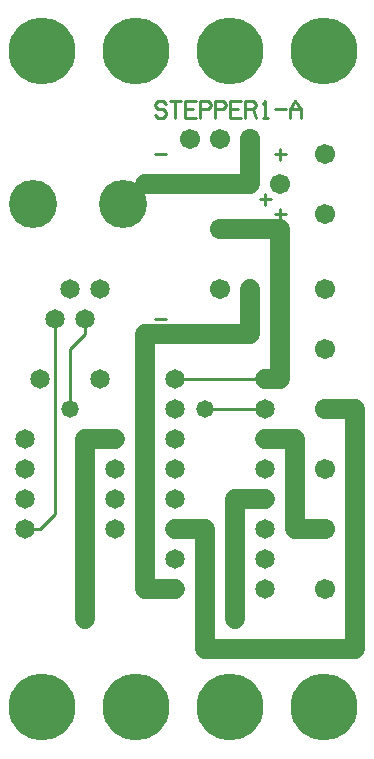
<source format=gtl>
%MOIN*%
%FSLAX25Y25*%
G04 D10 used for Character Trace; *
G04     Circle (OD=.01000) (No hole)*
G04 D11 used for Power Trace; *
G04     Circle (OD=.06700) (No hole)*
G04 D12 used for Signal Trace; *
G04     Circle (OD=.01100) (No hole)*
G04 D13 used for Via; *
G04     Circle (OD=.05800) (Round. Hole ID=.02800)*
G04 D14 used for Component hole; *
G04     Circle (OD=.06500) (Round. Hole ID=.03500)*
G04 D15 used for Component hole; *
G04     Circle (OD=.06700) (Round. Hole ID=.04300)*
G04 D16 used for Component hole; *
G04     Circle (OD=.08100) (Round. Hole ID=.05100)*
G04 D17 used for Component hole; *
G04     Circle (OD=.08900) (Round. Hole ID=.05900)*
G04 D18 used for Component hole; *
G04     Circle (OD=.11300) (Round. Hole ID=.08300)*
G04 D19 used for Component hole; *
G04     Circle (OD=.16000) (Round. Hole ID=.13000)*
G04 D20 used for Component hole; *
G04     Circle (OD=.18300) (Round. Hole ID=.15300)*
G04 D21 used for Component hole; *
G04     Circle (OD=.22291) (Round. Hole ID=.19291)*
%ADD10C,.01000*%
%ADD11C,.06700*%
%ADD12C,.01100*%
%ADD13C,.05800*%
%ADD14C,.06500*%
%ADD15C,.06700*%
%ADD16C,.08100*%
%ADD17C,.08900*%
%ADD18C,.11300*%
%ADD19C,.16000*%
%ADD20C,.18300*%
%ADD21C,.22291*%
%IPPOS*%
%LPD*%
G90*X0Y0D02*D21*X15625Y15625D03*D13*              
X30000Y45000D03*D11*Y105000D01*X40000D01*D14*D03* 
Y95000D03*D13*X25000Y115000D03*D12*Y135000D01*    
X30000Y140000D01*Y145000D01*D14*D03*              
X35000Y155000D03*X20000Y145000D03*D12*Y80000D01*  
X15000Y75000D01*X10000D01*D14*D03*Y85000D03*      
Y95000D03*X40000Y75000D03*X10000Y105000D03*       
X40000Y85000D03*D11*X50000Y55000D02*X60000D01*D14*
D03*Y65000D03*D11*X50000Y55000D02*Y140000D01*     
X85000D01*Y155000D01*D13*D03*D15*X75000D03*D11*   
X95000Y125000D02*Y175000D01*X90000Y125000D02*     
X95000D01*D14*X90000D03*D12*X60000D01*D14*D03*D13*
X70000Y115000D03*D12*X90000D01*D14*D03*D11*       
X100000Y75000D02*Y105000D01*Y75000D02*X110000D01* 
D15*D03*D14*X90000Y95000D03*Y55000D03*Y85000D03*  
D11*X80000D01*Y45000D01*D13*D03*D11*              
X70000Y35000D02*X120000D01*Y115000D01*X110000D01* 
D15*D03*D11*X90000Y105000D02*X100000D01*D14*      
X90000D03*D15*X110000Y95000D03*D14*               
X60000Y75000D03*D11*X70000D01*Y35000D01*D21*      
X78125Y15625D03*X46875D03*D14*X90000Y65000D03*D21*
X109375Y15625D03*D14*X90000Y75000D03*D15*         
X110000Y55000D03*D14*X60000Y85000D03*Y95000D03*   
Y105000D03*Y115000D03*X35000Y125000D03*X15000D03* 
D15*X110000Y135000D03*D10*X53326Y145000D02*       
X56674D01*D15*X110000Y155000D03*D14*X25000D03*D11*
X75000Y175000D02*X95000D01*D15*X75000D03*D11*     
X55000Y190000D02*X85000D01*D15*X55000D03*D11*     
X50000D01*D10*X53326Y200000D02*X56674D01*D19*     
X42500Y183500D03*D15*X65000Y205000D03*D10*        
X56674Y216914D02*X55837Y217871D01*X54163D01*      
X53326Y216914D01*Y215957D01*X54163Y215000D01*     
X55837D01*X56674Y214043D01*Y213086D01*            
X55837Y212129D01*X54163D01*X53326Y213086D01*      
X60000Y212129D02*Y217871D01*X58326D02*X61674D01*  
X66674Y212129D02*X63326D01*Y217871D01*X66674D01*  
X63326Y215000D02*X65837D01*X68326Y212129D02*      
Y217871D01*X70837D01*X71674Y216914D01*Y215957D01* 
X70837Y215000D01*X68326D01*X73326Y212129D02*      
Y217871D01*X75837D01*X76674Y216914D01*Y215957D01* 
X75837Y215000D01*X73326D01*X81674Y212129D02*      
X78326D01*Y217871D01*X81674D01*X78326Y215000D02*  
X80837D01*X83326Y212129D02*Y217871D01*X85837D01*  
X86674Y216914D01*Y215957D01*X85837Y215000D01*     
X83326D01*X85837D02*X86674Y212129D01*             
X89163Y216914D02*X90000Y217871D01*Y212129D01*     
X89163D02*X90837D01*X93326Y215000D02*X96674D01*   
X98326Y212129D02*Y215000D01*X100000Y217871D01*    
X101674Y215000D01*Y212129D01*X98326Y215000D02*    
X101674D01*D15*X75000Y205000D03*D11*              
X85000Y190000D02*Y205000D01*D15*D03*D10*          
X93326Y200000D02*X96674D01*X95000Y201914D02*      
Y198086D01*D15*Y190000D03*D10*X88326Y185000D02*   
X91674D01*X90000Y186914D02*Y183086D01*D15*        
X110000Y180000D03*Y200000D03*D10*X93326Y180000D02*
X96674D01*X95000Y181914D02*Y178086D01*D21*        
X109375Y234375D03*X78125D03*X46875D03*X15625D03*  
D19*X12500Y183500D03*M02*                         

</source>
